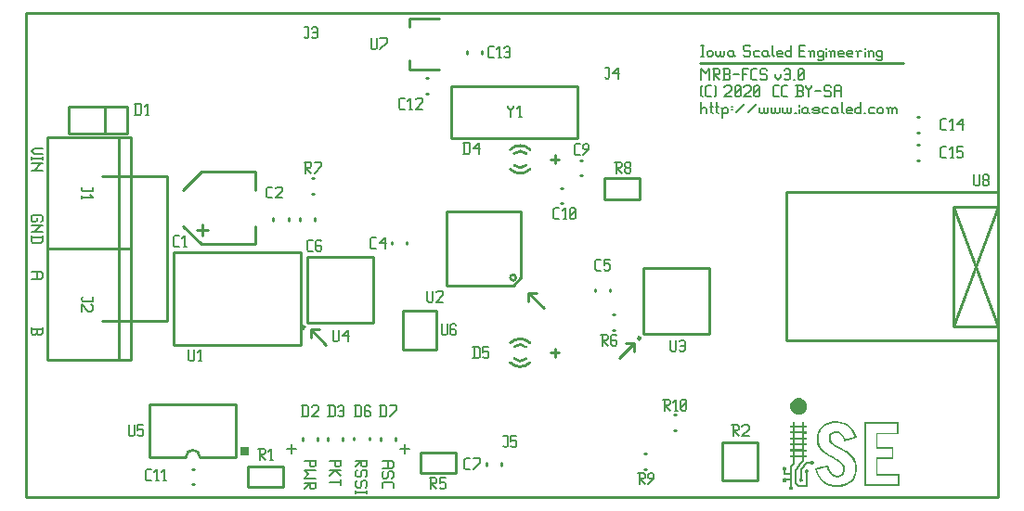
<source format=gbr>
G04 start of page 9 for group -4079 idx -4079 *
G04 Title: (unknown), topsilk *
G04 Creator: pcb 20140316 *
G04 CreationDate: Wed 29 Apr 2020 12:19:48 AM GMT UTC *
G04 For: railfan *
G04 Format: Gerber/RS-274X *
G04 PCB-Dimensions (mil): 3500.00 1750.00 *
G04 PCB-Coordinate-Origin: lower left *
%MOIN*%
%FSLAX25Y25*%
%LNTOPSILK*%
%ADD118C,0.0080*%
%ADD117C,0.0100*%
%ADD116C,0.0001*%
G54D116*G36*
X275043Y3209D02*X274647Y3480D01*
X274511Y3925D01*
X274565Y4240D01*
X274761Y4490D01*
X274891Y4604D01*
Y6486D01*
X274218D01*
X273741Y6481D01*
X273545Y6464D01*
X273453Y6340D01*
X273100Y6117D01*
X272672D01*
X272373Y6307D01*
X272189Y6600D01*
X272162Y6931D01*
X272270Y7224D01*
X272487Y7446D01*
X272802Y7566D01*
X273182Y7512D01*
X273491Y7273D01*
X273556Y7175D01*
X274224D01*
X274891Y7170D01*
Y8667D01*
X272558D01*
Y9400D01*
X272553Y10127D01*
X272455Y10197D01*
X272287Y10376D01*
X272178Y10593D01*
X272189Y11027D01*
X272373Y11315D01*
X272661Y11494D01*
X272997Y11526D01*
X273290Y11423D01*
X273513Y11201D01*
X273632Y10881D01*
X273578Y10506D01*
X273339Y10197D01*
X273242Y10127D01*
Y9351D01*
X274891D01*
Y11656D01*
X275357Y12248D01*
X275829Y12839D01*
Y14906D01*
X274918D01*
Y15693D01*
X279302D01*
Y17066D01*
X276486D01*
Y15693D01*
X275829D01*
Y17066D01*
X274918D01*
Y17825D01*
X275819D01*
Y19192D01*
X276502Y19219D01*
X276497Y18557D01*
X276491Y18086D01*
X276502Y17868D01*
X276567Y17858D01*
X276790Y17847D01*
X277224Y17841D01*
X277907Y17836D01*
X279302D01*
Y19219D01*
X276502D01*
X275819Y19192D01*
X274918D01*
Y19952D01*
X275829D01*
X276486Y19979D01*
X279302D01*
Y21352D01*
X276486D01*
Y19979D01*
X275829Y19952D01*
Y21324D01*
X274918D01*
Y22084D01*
X275819D01*
X275829Y23462D01*
X276486Y23505D01*
Y22827D01*
X276491Y22344D01*
X276508Y22127D01*
X276920Y22117D01*
X277907Y22111D01*
X279291D01*
X279296Y22800D01*
Y22816D01*
X279307Y23505D01*
X276486D01*
X275829Y23462D01*
X274918D01*
Y24222D01*
X275819D01*
Y25594D01*
X276502Y25648D01*
X276497Y24992D01*
X276491Y24515D01*
X276502Y24297D01*
X276567Y24287D01*
X276790Y24276D01*
X277224Y24270D01*
X277907Y24265D01*
X279307D01*
X279296Y24959D01*
X279291Y25648D01*
X276502D01*
X275819Y25594D01*
X274918D01*
Y26354D01*
X275829D01*
Y27596D01*
X276486D01*
Y26354D01*
X279302D01*
Y27596D01*
X279991D01*
Y26354D01*
X280902D01*
Y25594D01*
X279991D01*
Y24194D01*
X280902D01*
Y23435D01*
X279991D01*
Y22041D01*
X280902D01*
Y21281D01*
X279991D01*
Y19908D01*
X280902D01*
Y19149D01*
X279991D01*
Y17755D01*
X280902D01*
Y16995D01*
X279991D01*
Y15622D01*
X280902D01*
Y14836D01*
X279991D01*
X279985Y14250D01*
Y13658D01*
X278569Y11868D01*
X277148Y10083D01*
Y6074D01*
X278124Y5097D01*
X280544D01*
Y7219D01*
X280539Y8043D01*
Y8716D01*
X280533Y9172D01*
X280528Y9334D01*
X280403Y9427D01*
X280159Y9893D01*
X280294Y10409D01*
X280870Y10718D01*
X281472Y10447D01*
X281629Y9882D01*
X281331Y9372D01*
X281233Y9302D01*
Y4414D01*
X277842D01*
X276486Y5770D01*
Y10344D01*
X277896Y12123D01*
X279302Y13903D01*
Y14841D01*
X276486D01*
Y12503D01*
X275574Y11353D01*
Y4522D01*
X275640Y4490D01*
X275819Y4321D01*
X275949Y4088D01*
X275916Y3573D01*
X275569Y3193D01*
X275303Y3133D01*
X275043Y3144D01*
Y3209D01*
G37*
G36*
X290885Y4229D02*X289067Y4571D01*
X287483Y5293D01*
X286376Y6171D01*
X285432Y7278D01*
X284570Y8841D01*
X283924Y10696D01*
X283826Y11065D01*
X286246Y11581D01*
X287179Y11781D01*
X287955Y11944D01*
X288481Y12047D01*
X288682Y12080D01*
X288736Y11868D01*
X288785Y11618D01*
X288867Y11282D01*
X289230Y10257D01*
X289745Y9432D01*
X290391Y8824D01*
X291162Y8461D01*
X291400Y8418D01*
X291796Y8401D01*
X292187Y8418D01*
X292442Y8461D01*
X293462Y9047D01*
X294021Y10083D01*
X294075Y10712D01*
X294021Y11309D01*
X294623Y11483D01*
X294661Y10067D01*
X294303Y9117D01*
X293673Y8385D01*
X292816Y7924D01*
X291780Y7756D01*
X290451Y8059D01*
X289382Y8884D01*
X288590Y10127D01*
X288389Y10653D01*
X288243Y11157D01*
X288194Y11326D01*
X288145Y11342D01*
X287993Y11315D01*
X287635Y11239D01*
X287109Y11125D01*
X286479Y10989D01*
X285329Y10745D01*
X284792Y10626D01*
X284629Y10577D01*
Y10544D01*
X284678Y10360D01*
X284803Y9991D01*
X284949Y9584D01*
X285074Y9258D01*
X286072Y7479D01*
X287358Y6150D01*
X288932Y5282D01*
X290803Y4864D01*
X291199Y4853D01*
X291747D01*
X292295Y4869D01*
X292718Y4902D01*
X294048Y5157D01*
X295209Y5591D01*
X296109Y6123D01*
X296863Y6779D01*
X297466Y7560D01*
X297932Y8466D01*
X298160Y9161D01*
X298317Y9947D01*
X298366Y10902D01*
X298317Y11836D01*
X298090Y12823D01*
X297732Y13713D01*
X297211Y14532D01*
X296527Y15313D01*
X295827Y15959D01*
X295019Y16556D01*
X293945Y17217D01*
X292453Y18047D01*
X291308Y18682D01*
X290516Y19160D01*
X289963Y19561D01*
X289534Y19963D01*
X288986Y20749D01*
X288818Y21617D01*
X288964Y22659D01*
X289398Y23473D01*
X290103Y24037D01*
X291058Y24319D01*
X291639Y24336D01*
X292214Y24270D01*
X292984Y23977D01*
X293652Y23451D01*
X294227Y22686D01*
X294721Y21666D01*
X294807Y21466D01*
X294867Y21422D01*
X295030Y21471D01*
X295409Y21574D01*
X295919Y21726D01*
X296505Y21894D01*
X297081Y22062D01*
X297580Y22214D01*
X297938Y22317D01*
X298079Y22361D01*
X298052Y22485D01*
X297965Y22762D01*
X297840Y23104D01*
X297721Y23419D01*
X297043Y24634D01*
X296153Y25638D01*
X295079Y26413D01*
X293825Y26940D01*
X292068Y27243D01*
X290147Y27157D01*
X288400Y26696D01*
X287000Y25860D01*
X286300Y25133D01*
X285758Y24249D01*
X285389Y23223D01*
X285188Y22073D01*
X285161Y21297D01*
X285199Y20587D01*
X285438Y19605D01*
X285877Y18699D01*
X286517Y17858D01*
X287380Y17066D01*
X287922Y16659D01*
X288552Y16246D01*
X289355Y15769D01*
X290440Y15161D01*
X291167Y14760D01*
X291709Y14451D01*
X292133Y14196D01*
X292507Y13957D01*
X293939Y12747D01*
X294623Y11483D01*
X294021Y11309D01*
X293424Y12378D01*
X292165Y13425D01*
X291802Y13658D01*
X291395Y13903D01*
X290879Y14196D01*
X290185Y14575D01*
X288807Y15351D01*
X287792Y15980D01*
X287017Y16545D01*
X286360Y17125D01*
X285611Y17966D01*
X285074Y18850D01*
X284656Y20033D01*
X284526Y21346D01*
X284618Y22632D01*
X284911Y23831D01*
X285671Y25355D01*
X286832Y26538D01*
X288362Y27363D01*
X290234Y27802D01*
X291693Y27884D01*
X293077Y27759D01*
X294352Y27433D01*
X295491Y26907D01*
X296630Y26061D01*
X297569Y24976D01*
X298296Y23674D01*
X298789Y22171D01*
X298849Y21916D01*
X296647Y21276D01*
X295784Y21032D01*
X295079Y20831D01*
X294601Y20701D01*
X294422Y20657D01*
X294346Y20858D01*
X294118Y21460D01*
X293858Y22035D01*
X293098Y23104D01*
X292149Y23636D01*
X291514Y23701D01*
X290863Y23652D01*
X290006Y23180D01*
X289669Y22719D01*
X289485Y22122D01*
X289447Y21639D01*
X289485Y21227D01*
X289832Y20576D01*
X290559Y19908D01*
X290912Y19664D01*
X291351Y19388D01*
X291926Y19062D01*
X292697Y18639D01*
X293565Y18167D01*
X294248Y17782D01*
X294807Y17451D01*
X295285Y17142D01*
X296511Y16214D01*
X297477Y15226D01*
X298204Y14174D01*
X298692Y13034D01*
X298968Y11662D01*
X298974Y10230D01*
X298719Y8830D01*
X298209Y7566D01*
X297412Y6448D01*
X296370Y5537D01*
X295100Y4859D01*
X293635Y4414D01*
X292257Y4240D01*
X290885Y4235D01*
Y4229D01*
G37*
G36*
X301470Y16035D02*X302110Y16040D01*
X302104Y5141D01*
X313530D01*
Y8298D01*
X305756D01*
Y14819D01*
X311441D01*
Y17988D01*
X305756D01*
Y23771D01*
X313216D01*
Y26940D01*
X302121D01*
X302110Y16040D01*
X301470Y16035D01*
Y27564D01*
X313850D01*
Y23153D01*
X306390D01*
Y18633D01*
X312071D01*
Y14223D01*
X306407D01*
X306396Y11591D01*
X306390Y8960D01*
X314154D01*
Y4522D01*
X301470D01*
Y16035D01*
G37*
G36*
X278607Y6123D02*X278325Y6312D01*
X278146Y6600D01*
X278141Y7034D01*
X278368Y7387D01*
X278499Y7479D01*
X278510Y7940D01*
X278515Y9052D01*
Y10626D01*
X279611Y12004D01*
X280701Y13387D01*
X282031D01*
X282117Y13507D01*
X282345Y13702D01*
X282497Y13767D01*
X282703Y13778D01*
X282904Y13772D01*
X283056Y13702D01*
X283278Y13512D01*
X283414Y13268D01*
X283430Y12986D01*
X283365Y12714D01*
X283089Y12427D01*
X282703Y12313D01*
X282145Y12562D01*
X282020Y12698D01*
X281032D01*
X280115Y11543D01*
X279204Y10387D01*
Y7490D01*
X279307Y7419D01*
X279567Y7023D01*
X279535Y6524D01*
X279150Y6150D01*
X278607Y6117D01*
Y6123D01*
G37*
G36*
X277441Y30282D02*X276556Y30569D01*
X275791Y31128D01*
X275243Y31860D01*
X274956Y32723D01*
X274918Y33363D01*
X274999Y33982D01*
X275309Y34747D01*
X275829Y35398D01*
X276676Y35973D01*
X277647Y36216D01*
X278656Y36129D01*
X279600Y35702D01*
X280153Y35197D01*
X280577Y34579D01*
X280810Y33895D01*
X280880Y33168D01*
X280772Y32441D01*
X280506Y31768D01*
X280099Y31220D01*
X279584Y30775D01*
X278982Y30455D01*
X278331Y30282D01*
X277880Y30260D01*
X277441Y30282D01*
G37*
G36*
X77500Y18500D02*X80500D01*
Y15500D01*
X77500D01*
Y18500D01*
G37*
G54D117*X500Y174500D02*X349500D01*
X190500Y120500D02*Y123500D01*
X189000Y122000D02*X192000D01*
X242500Y156500D02*X315500D01*
X500Y500D02*Y174500D01*
X349500Y500D02*X500D01*
X190500Y51000D02*Y54000D01*
X189000Y52500D02*X192000D01*
X219000Y56000D02*X213500Y50500D01*
X219000Y56000D02*Y53000D01*
X216000Y56000D02*X219000D01*
X349500Y500D02*Y174500D01*
X102900Y60900D02*X108400Y55400D01*
X102900Y60900D02*X105900D01*
X102900D02*Y57900D01*
X181000Y74000D02*X186500Y68500D01*
X181000Y74000D02*X184000D01*
X181000D02*Y71000D01*
G54D118*X100500Y13500D02*X104500D01*
Y14000D02*Y12000D01*
X104000Y11500D01*
X103000D02*X104000D01*
X102500Y12000D02*X103000Y11500D01*
X102500Y13500D02*Y12000D01*
X100500Y10300D02*X104500D01*
X100500D02*X102000Y8800D01*
X100500Y7300D01*
X104500D01*
Y6100D02*Y4100D01*
X104000Y3600D01*
X103000D02*X104000D01*
X102500Y4100D02*X103000Y3600D01*
X102500Y5600D02*Y4100D01*
X100500Y5600D02*X104500D01*
X102500D02*X100500Y3600D01*
X109500Y13500D02*X113500D01*
Y14000D02*Y12000D01*
X113000Y11500D01*
X112000D02*X113000D01*
X111500Y12000D02*X112000Y11500D01*
X111500Y13500D02*Y12000D01*
X109500Y10300D02*X113500D01*
X111500D02*X113500Y8300D01*
X111500Y10300D02*X109500Y8300D01*
X113500Y7100D02*Y5100D01*
X109500Y6100D02*X113500D01*
X123000Y14000D02*Y12000D01*
X122500Y11500D01*
X121500D02*X122500D01*
X121000Y12000D02*X121500Y11500D01*
X121000Y13500D02*Y12000D01*
X119000Y13500D02*X123000D01*
X121000D02*X119000Y11500D01*
X123000Y8300D02*X122500Y7800D01*
X123000Y9800D02*Y8300D01*
X122500Y10300D02*X123000Y9800D01*
X121500Y10300D02*X122500D01*
X121500D02*X121000Y9800D01*
Y8300D01*
X120500Y7800D01*
X119500D02*X120500D01*
X119000Y8300D02*X119500Y7800D01*
X119000Y9800D02*Y8300D01*
X119500Y10300D02*X119000Y9800D01*
X123000Y4600D02*X122500Y4100D01*
X123000Y6100D02*Y4600D01*
X122500Y6600D02*X123000Y6100D01*
X121500Y6600D02*X122500D01*
X121500D02*X121000Y6100D01*
Y4600D01*
X120500Y4100D01*
X119500D02*X120500D01*
X119000Y4600D02*X119500Y4100D01*
X119000Y6100D02*Y4600D01*
X119500Y6600D02*X119000Y6100D01*
X123000Y2900D02*Y1900D01*
X119000Y2400D02*X123000D01*
X119000Y2900D02*Y1900D01*
X3500Y126000D02*X6500D01*
X3500D02*X2500Y125000D01*
X3500Y124000D01*
X6500D01*
Y122800D02*Y121800D01*
X2500Y122300D02*X6500D01*
X2500Y122800D02*Y121800D01*
Y120600D02*X6500D01*
X6000D02*X6500D01*
X6000D02*X3500Y118100D01*
X2500D02*X6500D01*
Y100000D02*X6000Y99500D01*
X6500Y101500D02*Y100000D01*
X6000Y102000D02*X6500Y101500D01*
X3000Y102000D02*X6000D01*
X3000D02*X2500Y101500D01*
Y100000D01*
X3000Y99500D01*
X4000D01*
X4500Y100000D02*X4000Y99500D01*
X4500Y101000D02*Y100000D01*
X2500Y98300D02*X6500D01*
X6000D02*X6500D01*
X6000D02*X3500Y95800D01*
X2500D02*X6500D01*
X2500Y94100D02*X6500D01*
Y92600D02*X6000Y92100D01*
X3000D02*X6000D01*
X2500Y92600D02*X3000Y92100D01*
X2500Y94600D02*Y92600D01*
X6500Y94600D02*Y92600D01*
X2500Y81500D02*X6000D01*
X6500Y81000D01*
Y79500D01*
X6000Y79000D01*
X2500D02*X6000D01*
X4500Y81500D02*Y79000D01*
X2500Y61500D02*Y59500D01*
X3000Y59000D01*
X4000D01*
X4500Y59500D02*X4000Y59000D01*
X4500Y61000D02*Y59500D01*
X2500Y61000D02*X6500D01*
Y61500D02*Y59500D01*
X6000Y59000D01*
X5000D02*X6000D01*
X4500Y59500D02*X5000Y59000D01*
X128500Y13500D02*X132000D01*
X132500Y13000D01*
Y11500D01*
X132000Y11000D01*
X128500D02*X132000D01*
X130500Y13500D02*Y11000D01*
X132500Y7800D02*X132000Y7300D01*
X132500Y9300D02*Y7800D01*
X132000Y9800D02*X132500Y9300D01*
X131000Y9800D02*X132000D01*
X131000D02*X130500Y9300D01*
Y7800D01*
X130000Y7300D01*
X129000D02*X130000D01*
X128500Y7800D02*X129000Y7300D01*
X128500Y9300D02*Y7800D01*
X129000Y9800D02*X128500Y9300D01*
Y5600D02*Y4100D01*
X129000Y6100D02*X128500Y5600D01*
X129000Y6100D02*X132000D01*
X132500Y5600D01*
Y4100D01*
X94400Y17920D02*X97720D01*
X96060Y19580D02*Y16260D01*
X135000Y18020D02*X138320D01*
X136660Y19680D02*Y16360D01*
X243000Y163000D02*X244000D01*
X243500D02*Y159000D01*
X243000D02*X244000D01*
X245200Y160500D02*Y159500D01*
Y160500D02*X245700Y161000D01*
X246700D01*
X247200Y160500D01*
Y159500D01*
X246700Y159000D02*X247200Y159500D01*
X245700Y159000D02*X246700D01*
X245200Y159500D02*X245700Y159000D01*
X248400Y161000D02*Y159500D01*
X248900Y159000D01*
X249400D01*
X249900Y159500D01*
Y161000D02*Y159500D01*
X250400Y159000D01*
X250900D01*
X251400Y159500D01*
Y161000D02*Y159500D01*
X254100Y161000D02*X254600Y160500D01*
X253100Y161000D02*X254100D01*
X252600Y160500D02*X253100Y161000D01*
X252600Y160500D02*Y159500D01*
X253100Y159000D01*
X254600Y161000D02*Y159500D01*
X255100Y159000D01*
X253100D02*X254100D01*
X254600Y159500D01*
X260100Y163000D02*X260600Y162500D01*
X258600Y163000D02*X260100D01*
X258100Y162500D02*X258600Y163000D01*
X258100Y162500D02*Y161500D01*
X258600Y161000D01*
X260100D01*
X260600Y160500D01*
Y159500D01*
X260100Y159000D02*X260600Y159500D01*
X258600Y159000D02*X260100D01*
X258100Y159500D02*X258600Y159000D01*
X262300Y161000D02*X263800D01*
X261800Y160500D02*X262300Y161000D01*
X261800Y160500D02*Y159500D01*
X262300Y159000D01*
X263800D01*
X266500Y161000D02*X267000Y160500D01*
X265500Y161000D02*X266500D01*
X265000Y160500D02*X265500Y161000D01*
X265000Y160500D02*Y159500D01*
X265500Y159000D01*
X267000Y161000D02*Y159500D01*
X267500Y159000D01*
X265500D02*X266500D01*
X267000Y159500D01*
X268700Y163000D02*Y159500D01*
X269200Y159000D01*
X270700D02*X272200D01*
X270200Y159500D02*X270700Y159000D01*
X270200Y160500D02*Y159500D01*
Y160500D02*X270700Y161000D01*
X271700D01*
X272200Y160500D01*
X270200Y160000D02*X272200D01*
Y160500D02*Y160000D01*
X275400Y163000D02*Y159000D01*
X274900D02*X275400Y159500D01*
X273900Y159000D02*X274900D01*
X273400Y159500D02*X273900Y159000D01*
X273400Y160500D02*Y159500D01*
Y160500D02*X273900Y161000D01*
X274900D01*
X275400Y160500D01*
X278400Y161000D02*X279900D01*
X278400Y159000D02*X280400D01*
X278400Y163000D02*Y159000D01*
Y163000D02*X280400D01*
X282100Y160500D02*Y159000D01*
Y160500D02*X282600Y161000D01*
X283100D01*
X283600Y160500D01*
Y159000D01*
X281600Y161000D02*X282100Y160500D01*
X286300Y161000D02*X286800Y160500D01*
X285300Y161000D02*X286300D01*
X284800Y160500D02*X285300Y161000D01*
X284800Y160500D02*Y159500D01*
X285300Y159000D01*
X286300D01*
X286800Y159500D01*
X284800Y158000D02*X285300Y157500D01*
X286300D01*
X286800Y158000D01*
Y161000D02*Y158000D01*
X288000Y162000D02*Y161500D01*
Y160500D02*Y159000D01*
X289500Y160500D02*Y159000D01*
Y160500D02*X290000Y161000D01*
X290500D01*
X291000Y160500D01*
Y159000D01*
X289000Y161000D02*X289500Y160500D01*
X292700Y159000D02*X294200D01*
X292200Y159500D02*X292700Y159000D01*
X292200Y160500D02*Y159500D01*
Y160500D02*X292700Y161000D01*
X293700D01*
X294200Y160500D01*
X292200Y160000D02*X294200D01*
Y160500D02*Y160000D01*
X295900Y159000D02*X297400D01*
X295400Y159500D02*X295900Y159000D01*
X295400Y160500D02*Y159500D01*
Y160500D02*X295900Y161000D01*
X296900D01*
X297400Y160500D01*
X295400Y160000D02*X297400D01*
Y160500D02*Y160000D01*
X299100Y160500D02*Y159000D01*
Y160500D02*X299600Y161000D01*
X300600D01*
X298600D02*X299100Y160500D01*
X301800Y162000D02*Y161500D01*
Y160500D02*Y159000D01*
X303300Y160500D02*Y159000D01*
Y160500D02*X303800Y161000D01*
X304300D01*
X304800Y160500D01*
Y159000D01*
X302800Y161000D02*X303300Y160500D01*
X307500Y161000D02*X308000Y160500D01*
X306500Y161000D02*X307500D01*
X306000Y160500D02*X306500Y161000D01*
X306000Y160500D02*Y159500D01*
X306500Y159000D01*
X307500D01*
X308000Y159500D01*
X306000Y158000D02*X306500Y157500D01*
X307500D01*
X308000Y158000D01*
Y161000D02*Y158000D01*
X243000Y142500D02*Y138500D01*
Y140000D02*X243500Y140500D01*
X244500D01*
X245000Y140000D01*
Y138500D01*
X246700Y142500D02*Y139000D01*
X247200Y138500D01*
X246200Y141000D02*X247200D01*
X248700Y142500D02*Y139000D01*
X249200Y138500D01*
X248200Y141000D02*X249200D01*
X250700Y140000D02*Y137000D01*
X250200Y140500D02*X250700Y140000D01*
X251200Y140500D01*
X252200D01*
X252700Y140000D01*
Y139000D01*
X252200Y138500D02*X252700Y139000D01*
X251200Y138500D02*X252200D01*
X250700Y139000D02*X251200Y138500D01*
X253900Y141000D02*X254400D01*
X253900Y140000D02*X254400D01*
X255600Y139000D02*X258600Y142000D01*
X259800Y139000D02*X262800Y142000D01*
X264000Y140500D02*Y139000D01*
X264500Y138500D01*
X265000D01*
X265500Y139000D01*
Y140500D02*Y139000D01*
X266000Y138500D01*
X266500D01*
X267000Y139000D01*
Y140500D02*Y139000D01*
X268200Y140500D02*Y139000D01*
X268700Y138500D01*
X269200D01*
X269700Y139000D01*
Y140500D02*Y139000D01*
X270200Y138500D01*
X270700D01*
X271200Y139000D01*
Y140500D02*Y139000D01*
X272400Y140500D02*Y139000D01*
X272900Y138500D01*
X273400D01*
X273900Y139000D01*
Y140500D02*Y139000D01*
X274400Y138500D01*
X274900D01*
X275400Y139000D01*
Y140500D02*Y139000D01*
X276600Y138500D02*X277100D01*
X278300Y141500D02*Y141000D01*
Y140000D02*Y138500D01*
X280800Y140500D02*X281300Y140000D01*
X279800Y140500D02*X280800D01*
X279300Y140000D02*X279800Y140500D01*
X279300Y140000D02*Y139000D01*
X279800Y138500D01*
X281300Y140500D02*Y139000D01*
X281800Y138500D01*
X279800D02*X280800D01*
X281300Y139000D01*
X283500Y138500D02*X285000D01*
X285500Y139000D01*
X285000Y139500D02*X285500Y139000D01*
X283500Y139500D02*X285000D01*
X283000Y140000D02*X283500Y139500D01*
X283000Y140000D02*X283500Y140500D01*
X285000D01*
X285500Y140000D01*
X283000Y139000D02*X283500Y138500D01*
X287200Y140500D02*X288700D01*
X286700Y140000D02*X287200Y140500D01*
X286700Y140000D02*Y139000D01*
X287200Y138500D01*
X288700D01*
X291400Y140500D02*X291900Y140000D01*
X290400Y140500D02*X291400D01*
X289900Y140000D02*X290400Y140500D01*
X289900Y140000D02*Y139000D01*
X290400Y138500D01*
X291900Y140500D02*Y139000D01*
X292400Y138500D01*
X290400D02*X291400D01*
X291900Y139000D01*
X293600Y142500D02*Y139000D01*
X294100Y138500D01*
X295600D02*X297100D01*
X295100Y139000D02*X295600Y138500D01*
X295100Y140000D02*Y139000D01*
Y140000D02*X295600Y140500D01*
X296600D01*
X297100Y140000D01*
X295100Y139500D02*X297100D01*
Y140000D02*Y139500D01*
X300300Y142500D02*Y138500D01*
X299800D02*X300300Y139000D01*
X298800Y138500D02*X299800D01*
X298300Y139000D02*X298800Y138500D01*
X298300Y140000D02*Y139000D01*
Y140000D02*X298800Y140500D01*
X299800D01*
X300300Y140000D01*
X301500Y138500D02*X302000D01*
X303700Y140500D02*X305200D01*
X303200Y140000D02*X303700Y140500D01*
X303200Y140000D02*Y139000D01*
X303700Y138500D01*
X305200D01*
X306400Y140000D02*Y139000D01*
Y140000D02*X306900Y140500D01*
X307900D01*
X308400Y140000D01*
Y139000D01*
X307900Y138500D02*X308400Y139000D01*
X306900Y138500D02*X307900D01*
X306400Y139000D02*X306900Y138500D01*
X310100Y140000D02*Y138500D01*
Y140000D02*X310600Y140500D01*
X311100D01*
X311600Y140000D01*
Y138500D01*
Y140000D02*X312100Y140500D01*
X312600D01*
X313100Y140000D01*
Y138500D01*
X309600Y140500D02*X310100Y140000D01*
X243000Y154500D02*Y150500D01*
Y154500D02*X244500Y153000D01*
X246000Y154500D01*
Y150500D01*
X247200Y154500D02*X249200D01*
X249700Y154000D01*
Y153000D01*
X249200Y152500D02*X249700Y153000D01*
X247700Y152500D02*X249200D01*
X247700Y154500D02*Y150500D01*
Y152500D02*X249700Y150500D01*
X250900D02*X252900D01*
X253400Y151000D01*
Y152000D02*Y151000D01*
X252900Y152500D02*X253400Y152000D01*
X251400Y152500D02*X252900D01*
X251400Y154500D02*Y150500D01*
X250900Y154500D02*X252900D01*
X253400Y154000D01*
Y153000D01*
X252900Y152500D02*X253400Y153000D01*
X254600Y152500D02*X256600D01*
X257800Y154500D02*Y150500D01*
Y154500D02*X259800D01*
X257800Y152500D02*X259300D01*
X261500Y150500D02*X263000D01*
X261000Y151000D02*X261500Y150500D01*
X261000Y154000D02*Y151000D01*
Y154000D02*X261500Y154500D01*
X263000D01*
X266200D02*X266700Y154000D01*
X264700Y154500D02*X266200D01*
X264200Y154000D02*X264700Y154500D01*
X264200Y154000D02*Y153000D01*
X264700Y152500D01*
X266200D01*
X266700Y152000D01*
Y151000D01*
X266200Y150500D02*X266700Y151000D01*
X264700Y150500D02*X266200D01*
X264200Y151000D02*X264700Y150500D01*
X269700Y152500D02*Y151500D01*
X270700Y150500D01*
X271700Y151500D01*
Y152500D02*Y151500D01*
X272900Y154000D02*X273400Y154500D01*
X274400D01*
X274900Y154000D01*
Y151000D01*
X274400Y150500D02*X274900Y151000D01*
X273400Y150500D02*X274400D01*
X272900Y151000D02*X273400Y150500D01*
Y152500D02*X274900D01*
X276100Y150500D02*X276600D01*
X277800Y151000D02*X278300Y150500D01*
X277800Y154000D02*Y151000D01*
Y154000D02*X278300Y154500D01*
X279300D01*
X279800Y154000D01*
Y151000D01*
X279300Y150500D02*X279800Y151000D01*
X278300Y150500D02*X279300D01*
X277800Y151500D02*X279800Y153500D01*
X243000Y145000D02*X243500Y144500D01*
X243000Y148000D02*X243500Y148500D01*
X243000Y148000D02*Y145000D01*
X245200Y144500D02*X246700D01*
X244700Y145000D02*X245200Y144500D01*
X244700Y148000D02*Y145000D01*
Y148000D02*X245200Y148500D01*
X246700D01*
X247900D02*X248400Y148000D01*
Y145000D01*
X247900Y144500D02*X248400Y145000D01*
X251400Y148000D02*X251900Y148500D01*
X253400D01*
X253900Y148000D01*
Y147000D01*
X251400Y144500D02*X253900Y147000D01*
X251400Y144500D02*X253900D01*
X255100Y145000D02*X255600Y144500D01*
X255100Y148000D02*Y145000D01*
Y148000D02*X255600Y148500D01*
X256600D01*
X257100Y148000D01*
Y145000D01*
X256600Y144500D02*X257100Y145000D01*
X255600Y144500D02*X256600D01*
X255100Y145500D02*X257100Y147500D01*
X258300Y148000D02*X258800Y148500D01*
X260300D01*
X260800Y148000D01*
Y147000D01*
X258300Y144500D02*X260800Y147000D01*
X258300Y144500D02*X260800D01*
X262000Y145000D02*X262500Y144500D01*
X262000Y148000D02*Y145000D01*
Y148000D02*X262500Y148500D01*
X263500D01*
X264000Y148000D01*
Y145000D01*
X263500Y144500D02*X264000Y145000D01*
X262500Y144500D02*X263500D01*
X262000Y145500D02*X264000Y147500D01*
X269300Y144500D02*X270800D01*
X268800Y145000D02*X269300Y144500D01*
X268800Y148000D02*Y145000D01*
Y148000D02*X269300Y148500D01*
X270800D01*
X272500Y144500D02*X274000D01*
X272000Y145000D02*X272500Y144500D01*
X272000Y148000D02*Y145000D01*
Y148000D02*X272500Y148500D01*
X274000D01*
X277000Y144500D02*X279000D01*
X279500Y145000D01*
Y146000D02*Y145000D01*
X279000Y146500D02*X279500Y146000D01*
X277500Y146500D02*X279000D01*
X277500Y148500D02*Y144500D01*
X277000Y148500D02*X279000D01*
X279500Y148000D01*
Y147000D01*
X279000Y146500D02*X279500Y147000D01*
X280700Y148500D02*Y148000D01*
X281700Y147000D01*
X282700Y148000D01*
Y148500D02*Y148000D01*
X281700Y147000D02*Y144500D01*
X283900Y146500D02*X285900D01*
X289100Y148500D02*X289600Y148000D01*
X287600Y148500D02*X289100D01*
X287100Y148000D02*X287600Y148500D01*
X287100Y148000D02*Y147000D01*
X287600Y146500D01*
X289100D01*
X289600Y146000D01*
Y145000D01*
X289100Y144500D02*X289600Y145000D01*
X287600Y144500D02*X289100D01*
X287100Y145000D02*X287600Y144500D01*
X290800Y148000D02*Y144500D01*
Y148000D02*X291300Y148500D01*
X292800D01*
X293300Y148000D01*
Y144500D01*
X290800Y146500D02*X293300D01*
G54D117*X8200Y90000D02*Y50000D01*
X38200Y90000D02*Y50000D01*
X33800Y90000D02*Y50000D01*
X8200Y90000D02*X38200D01*
X8200Y50000D02*X38200D01*
X16000Y140800D02*X37000D01*
X16000Y131200D02*X37000D01*
Y140800D02*Y131200D01*
X16000Y140800D02*Y131200D01*
X29000Y140800D02*Y131200D01*
X8200Y130000D02*Y90000D01*
X38200Y130000D02*Y90000D01*
X33800Y130000D02*Y90000D01*
X8200Y130000D02*X38200D01*
X8200Y90000D02*X38200D01*
X250701Y20390D02*X263299D01*
Y6610D01*
X250701D02*X263299D01*
X250701Y20390D02*Y6610D01*
X233107Y30255D02*X233893D01*
X233107Y24745D02*X233893D01*
X175879Y119879D02*G75*G03X180121Y119879I2121J2121D01*G01*
X180121Y124121D02*G75*G03X175879Y124121I-2121J-2121D01*G01*
X174464Y118464D02*G75*G03X181536Y118464I3536J3536D01*G01*
X181536Y125536D02*G75*G03X174464Y125536I-3536J-3536D01*G01*
X192607Y111755D02*X193393D01*
X192607Y106245D02*X193393D01*
X199607Y116245D02*X200393D01*
X199607Y121755D02*X200393D01*
X208201Y107759D02*X220799D01*
X208201Y115241D02*Y107759D01*
Y115241D02*X220799D01*
Y107759D01*
X175879Y50379D02*G75*G03X180121Y50379I2121J2121D01*G01*
X180121Y54621D02*G75*G03X175879Y54621I-2121J-2121D01*G01*
X174464Y48964D02*G75*G03X181536Y48964I3536J3536D01*G01*
X181536Y56036D02*G75*G03X174464Y56036I-3536J-3536D01*G01*
X210255Y75393D02*Y74607D01*
X204745Y75393D02*Y74607D01*
X211107Y66255D02*X211893D01*
X211107Y60745D02*X211893D01*
X222607Y10745D02*X223393D01*
X222607Y16255D02*X223393D01*
X171255Y12893D02*Y12107D01*
X165745Y12893D02*Y12107D01*
X349600Y110150D02*Y56850D01*
X273600D02*X349600D01*
X273600Y110150D02*Y56850D01*
Y110150D02*X349600D01*
X333500Y105000D02*Y62000D01*
Y105000D02*X349600D01*
X333500Y62000D02*X349600D01*
X333500Y105000D02*X349600Y62000D01*
Y105000D02*X333500Y62000D01*
X320607Y121745D02*X321393D01*
X320607Y127255D02*X321393D01*
X320607Y131745D02*X321393D01*
X320607Y137255D02*X321393D01*
X222189Y82811D02*Y59189D01*
Y82811D02*X245811D01*
Y59189D01*
X222189D02*X245811D01*
X220689Y57189D02*G75*G03X220689Y57189I0J500D01*G01*
X60107Y10755D02*X60893D01*
X60107Y5245D02*X60893D01*
X76000Y34000D02*Y15000D01*
X45000Y34000D02*X76000D01*
X45000D02*Y15000D01*
X63000D02*X76000D01*
X45000D02*X58000D01*
X63000D02*G75*G03X58000Y15000I-2500J0D01*G01*
X133255Y21893D02*Y21107D01*
X127745Y21893D02*Y21107D01*
X114255Y21850D02*Y21064D01*
X108745Y21850D02*Y21064D01*
X105255Y21893D02*Y21107D01*
X99745Y21893D02*Y21107D01*
X123755Y21936D02*Y21150D01*
X118245Y21936D02*Y21150D01*
X80201Y4259D02*X92799D01*
X80201Y11741D02*Y4259D01*
Y11741D02*X92799D01*
Y4259D01*
X142201Y16741D02*X154799D01*
Y9259D01*
X142201D02*X154799D01*
X142201Y16741D02*Y9259D01*
X164255Y160893D02*Y160107D01*
X158745Y160893D02*Y160107D01*
X153362Y129650D02*X198638D01*
X153362Y148350D02*Y129650D01*
Y148350D02*X198638D01*
Y129650D01*
X144107Y151255D02*X144893D01*
X144107Y145745D02*X144893D01*
X138350Y154250D02*X148980D01*
X138350Y172750D02*X148980D01*
X138350Y157500D02*Y154250D01*
Y172750D02*Y169500D01*
X148980Y154429D02*Y154250D01*
Y172750D02*Y172571D01*
X101689Y86811D02*Y63189D01*
Y86811D02*X125311D01*
Y63189D01*
X101689D02*X125311D01*
X100189Y61189D02*G75*G03X100189Y61189I0J500D01*G01*
X103107Y115255D02*X103893D01*
X103107Y109745D02*X103893D01*
X98745Y100893D02*Y100107D01*
X104255Y100893D02*Y100107D01*
X51300Y116000D02*Y64000D01*
X28000Y116000D02*X51300D01*
X28000Y64000D02*X51300D01*
X82992Y98004D02*Y91508D01*
Y117492D02*Y110996D01*
X63504Y117492D02*X82992D01*
X63504Y91508D02*X82992D01*
X63504Y117492D02*X57008Y110996D01*
X63504Y91508D02*X57008Y98004D01*
X64000Y98500D02*Y94500D01*
X62000Y96500D02*X66000D01*
X89245Y100893D02*Y100107D01*
X94755Y100893D02*Y100107D01*
X53665Y55126D02*X99335D01*
X53665Y88590D02*X99335D01*
X53665D02*Y55126D01*
X99335Y88590D02*Y55126D01*
X151621Y76621D02*X175479D01*
X151621Y103379D02*Y76621D01*
Y103379D02*X178379D01*
Y79521D01*
X175479Y76621D01*
X176479Y79521D02*G75*G03X176479Y79521I-1000J0D01*G01*
X147800Y67600D02*Y53700D01*
X136000Y67600D02*X147800D01*
X136000D02*Y53700D01*
X147800D01*
X137255Y92393D02*Y91607D01*
X131745Y92393D02*Y91607D01*
G54D118*X24500Y72500D02*Y71000D01*
X21000D02*X24500D01*
X20500Y71500D02*X21000Y71000D01*
X20500Y72000D02*Y71500D01*
X21000Y72500D02*X20500Y72000D01*
X24000Y69800D02*X24500Y69300D01*
Y67800D01*
X24000Y67300D01*
X23000D02*X24000D01*
X20500Y69800D02*X23000Y67300D01*
X20500Y69800D02*Y67300D01*
X24500Y112000D02*Y110500D01*
X21000D02*X24500D01*
X20500Y111000D02*X21000Y110500D01*
X20500Y111500D02*Y111000D01*
X21000Y112000D02*X20500Y111500D01*
Y108800D02*Y107800D01*
Y108300D02*X24500D01*
X23500Y109300D02*X24500Y108300D01*
X44000Y6500D02*X45500D01*
X43500Y7000D02*X44000Y6500D01*
X43500Y10000D02*Y7000D01*
Y10000D02*X44000Y10500D01*
X45500D01*
X47200Y6500D02*X48200D01*
X47700Y10500D02*Y6500D01*
X46700Y9500D02*X47700Y10500D01*
X49900Y6500D02*X50900D01*
X50400Y10500D02*Y6500D01*
X49400Y9500D02*X50400Y10500D01*
X37500Y26500D02*Y23000D01*
X38000Y22500D01*
X39000D01*
X39500Y23000D01*
Y26500D02*Y23000D01*
X40700Y26500D02*X42700D01*
X40700D02*Y24500D01*
X41200Y25000D01*
X42200D01*
X42700Y24500D01*
Y23000D01*
X42200Y22500D02*X42700Y23000D01*
X41200Y22500D02*X42200D01*
X40700Y23000D02*X41200Y22500D01*
X84000Y18000D02*X86000D01*
X86500Y17500D01*
Y16500D01*
X86000Y16000D02*X86500Y16500D01*
X84500Y16000D02*X86000D01*
X84500Y18000D02*Y14000D01*
Y16000D02*X86500Y14000D01*
X88200D02*X89200D01*
X88700Y18000D02*Y14000D01*
X87700Y17000D02*X88700Y18000D01*
X59000Y53500D02*Y50000D01*
X59500Y49500D01*
X60500D01*
X61000Y50000D01*
Y53500D02*Y50000D01*
X62700Y49500D02*X63700D01*
X63200Y53500D02*Y49500D01*
X62200Y52500D02*X63200Y53500D01*
X109543Y33500D02*Y29500D01*
X111043Y33500D02*X111543Y33000D01*
Y30000D01*
X111043Y29500D02*X111543Y30000D01*
X109043Y29500D02*X111043D01*
X109043Y33500D02*X111043D01*
X112743Y33000D02*X113243Y33500D01*
X114243D01*
X114743Y33000D01*
Y30000D01*
X114243Y29500D02*X114743Y30000D01*
X113243Y29500D02*X114243D01*
X112743Y30000D02*X113243Y29500D01*
Y31500D02*X114743D01*
X110890Y60547D02*Y57047D01*
X111390Y56547D01*
X112390D01*
X112890Y57047D01*
Y60547D02*Y57047D01*
X114090Y58547D02*X116090Y60547D01*
X114090Y58547D02*X116590D01*
X116090Y60547D02*Y56547D01*
X100414Y121000D02*X102414D01*
X102914Y120500D01*
Y119500D01*
X102414Y119000D02*X102914Y119500D01*
X100914Y119000D02*X102414D01*
X100914Y121000D02*Y117000D01*
Y119000D02*X102914Y117000D01*
X104114D02*X106614Y119500D01*
Y121000D02*Y119500D01*
X104114Y121000D02*X106614D01*
X102000Y89000D02*X103500D01*
X101500Y89500D02*X102000Y89000D01*
X101500Y92500D02*Y89500D01*
Y92500D02*X102000Y93000D01*
X103500D01*
X106200D02*X106700Y92500D01*
X105200Y93000D02*X106200D01*
X104700Y92500D02*X105200Y93000D01*
X104700Y92500D02*Y89500D01*
X105200Y89000D01*
X106200Y91000D02*X106700Y90500D01*
X104700Y91000D02*X106200D01*
X105200Y89000D02*X106200D01*
X106700Y89500D01*
Y90500D02*Y89500D01*
X40000Y142000D02*Y138000D01*
X41500Y142000D02*X42000Y141500D01*
Y138500D01*
X41500Y138000D02*X42000Y138500D01*
X39500Y138000D02*X41500D01*
X39500Y142000D02*X41500D01*
X43700Y138000D02*X44700D01*
X44200Y142000D02*Y138000D01*
X43200Y141000D02*X44200Y142000D01*
X54000Y90500D02*X55500D01*
X53500Y91000D02*X54000Y90500D01*
X53500Y94000D02*Y91000D01*
Y94000D02*X54000Y94500D01*
X55500D01*
X57200Y90500D02*X58200D01*
X57700Y94500D02*Y90500D01*
X56700Y93500D02*X57700Y94500D01*
X87495Y108150D02*X88980D01*
X87000Y108645D02*X87495Y108150D01*
X87000Y111615D02*Y108645D01*
Y111615D02*X87495Y112110D01*
X88980D01*
X90168Y111615D02*X90663Y112110D01*
X92148D01*
X92643Y111615D01*
Y110625D01*
X90168Y108150D02*X92643Y110625D01*
X90168Y108150D02*X92643D01*
X220307Y9150D02*X222307D01*
X222807Y8650D01*
Y7650D01*
X222307Y7150D02*X222807Y7650D01*
X220807Y7150D02*X222307D01*
X220807Y9150D02*Y5150D01*
Y7150D02*X222807Y5150D01*
X224007D02*X226007Y7150D01*
Y8650D02*Y7150D01*
X225507Y9150D02*X226007Y8650D01*
X224507Y9150D02*X225507D01*
X224007Y8650D02*X224507Y9150D01*
X224007Y8650D02*Y7650D01*
X224507Y7150D01*
X226007D01*
X158500Y10543D02*X160000D01*
X158000Y11043D02*X158500Y10543D01*
X158000Y14043D02*Y11043D01*
Y14043D02*X158500Y14543D01*
X160000D01*
X161200Y10543D02*X163700Y13043D01*
Y14543D02*Y13043D01*
X161200Y14543D02*X163700D01*
X145500Y7500D02*X147500D01*
X148000Y7000D01*
Y6000D01*
X147500Y5500D02*X148000Y6000D01*
X146000Y5500D02*X147500D01*
X146000Y7500D02*Y3500D01*
Y5500D02*X148000Y3500D01*
X149200Y7500D02*X151200D01*
X149200D02*Y5500D01*
X149700Y6000D01*
X150700D01*
X151200Y5500D01*
Y4000D01*
X150700Y3500D02*X151200Y4000D01*
X149700Y3500D02*X150700D01*
X149200Y4000D02*X149700Y3500D01*
X100500Y169500D02*X102000D01*
Y166000D01*
X101500Y165500D02*X102000Y166000D01*
X101000Y165500D02*X101500D01*
X100500Y166000D02*X101000Y165500D01*
X103200Y169000D02*X103700Y169500D01*
X104700D01*
X105200Y169000D01*
Y166000D01*
X104700Y165500D02*X105200Y166000D01*
X103700Y165500D02*X104700D01*
X103200Y166000D02*X103700Y165500D01*
Y167500D02*X105200D01*
X135038Y140000D02*X136538D01*
X134538Y140500D02*X135038Y140000D01*
X134538Y143500D02*Y140500D01*
Y143500D02*X135038Y144000D01*
X136538D01*
X138238Y140000D02*X139238D01*
X138738Y144000D02*Y140000D01*
X137738Y143000D02*X138738Y144000D01*
X140438Y143500D02*X140938Y144000D01*
X142438D01*
X142938Y143500D01*
Y142500D01*
X140438Y140000D02*X142938Y142500D01*
X140438Y140000D02*X142938D01*
X124500Y165500D02*Y162000D01*
X125000Y161500D01*
X126000D01*
X126500Y162000D01*
Y165500D02*Y162000D01*
X127700Y161500D02*X130200Y164000D01*
Y165500D02*Y164000D01*
X127700Y165500D02*X130200D01*
X128000Y33500D02*Y29500D01*
X129500Y33500D02*X130000Y33000D01*
Y30000D01*
X129500Y29500D02*X130000Y30000D01*
X127500Y29500D02*X129500D01*
X127500Y33500D02*X129500D01*
X131200Y29500D02*X133700Y32000D01*
Y33500D02*Y32000D01*
X131200Y33500D02*X133700D01*
X100000D02*Y29500D01*
X101500Y33500D02*X102000Y33000D01*
Y30000D01*
X101500Y29500D02*X102000Y30000D01*
X99500Y29500D02*X101500D01*
X99500Y33500D02*X101500D01*
X103200Y33000D02*X103700Y33500D01*
X105200D01*
X105700Y33000D01*
Y32000D01*
X103200Y29500D02*X105700Y32000D01*
X103200Y29500D02*X105700D01*
X118957Y33500D02*Y29500D01*
X120457Y33500D02*X120957Y33000D01*
Y30000D01*
X120457Y29500D02*X120957Y30000D01*
X118457Y29500D02*X120457D01*
X118457Y33500D02*X120457D01*
X123657D02*X124157Y33000D01*
X122657Y33500D02*X123657D01*
X122157Y33000D02*X122657Y33500D01*
X122157Y33000D02*Y30000D01*
X122657Y29500D01*
X123657Y31500D02*X124157Y31000D01*
X122157Y31500D02*X123657D01*
X122657Y29500D02*X123657D01*
X124157Y30000D01*
Y31000D02*Y30000D01*
X172000Y22500D02*X173500D01*
Y19000D01*
X173000Y18500D02*X173500Y19000D01*
X172500Y18500D02*X173000D01*
X172000Y19000D02*X172500Y18500D01*
X174700Y22500D02*X176700D01*
X174700D02*Y20500D01*
X175200Y21000D01*
X176200D01*
X176700Y20500D01*
Y19000D01*
X176200Y18500D02*X176700Y19000D01*
X175200Y18500D02*X176200D01*
X174700Y19000D02*X175200Y18500D01*
X254000Y26500D02*X256000D01*
X256500Y26000D01*
Y25000D01*
X256000Y24500D02*X256500Y25000D01*
X254500Y24500D02*X256000D01*
X254500Y26500D02*Y22500D01*
Y24500D02*X256500Y22500D01*
X257700Y26000D02*X258200Y26500D01*
X259700D01*
X260200Y26000D01*
Y25000D01*
X257700Y22500D02*X260200Y25000D01*
X257700Y22500D02*X260200D01*
X161500Y54500D02*Y50500D01*
X163000Y54500D02*X163500Y54000D01*
Y51000D01*
X163000Y50500D02*X163500Y51000D01*
X161000Y50500D02*X163000D01*
X161000Y54500D02*X163000D01*
X164700D02*X166700D01*
X164700D02*Y52500D01*
X165200Y53000D01*
X166200D01*
X166700Y52500D01*
Y51000D01*
X166200Y50500D02*X166700Y51000D01*
X165200Y50500D02*X166200D01*
X164700Y51000D02*X165200Y50500D01*
X207000Y59000D02*X209000D01*
X209500Y58500D01*
Y57500D01*
X209000Y57000D02*X209500Y57500D01*
X207500Y57000D02*X209000D01*
X207500Y59000D02*Y55000D01*
Y57000D02*X209500Y55000D01*
X212200Y59000D02*X212700Y58500D01*
X211200Y59000D02*X212200D01*
X210700Y58500D02*X211200Y59000D01*
X210700Y58500D02*Y55500D01*
X211200Y55000D01*
X212200Y57000D02*X212700Y56500D01*
X210700Y57000D02*X212200D01*
X211200Y55000D02*X212200D01*
X212700Y55500D01*
Y56500D02*Y55500D01*
X232000Y57000D02*Y53500D01*
X232500Y53000D01*
X233500D01*
X234000Y53500D01*
Y57000D02*Y53500D01*
X235200Y56500D02*X235700Y57000D01*
X236700D01*
X237200Y56500D01*
Y53500D01*
X236700Y53000D02*X237200Y53500D01*
X235700Y53000D02*X236700D01*
X235200Y53500D02*X235700Y53000D01*
Y55000D02*X237200D01*
X205500Y82000D02*X207000D01*
X205000Y82500D02*X205500Y82000D01*
X205000Y85500D02*Y82500D01*
Y85500D02*X205500Y86000D01*
X207000D01*
X208200D02*X210200D01*
X208200D02*Y84000D01*
X208700Y84500D01*
X209700D01*
X210200Y84000D01*
Y82500D01*
X209700Y82000D02*X210200Y82500D01*
X208700Y82000D02*X209700D01*
X208200Y82500D02*X208700Y82000D01*
X144600Y74700D02*Y71200D01*
X145100Y70700D01*
X146100D01*
X146600Y71200D01*
Y74700D02*Y71200D01*
X147800Y74200D02*X148300Y74700D01*
X149800D01*
X150300Y74200D01*
Y73200D01*
X147800Y70700D02*X150300Y73200D01*
X147800Y70700D02*X150300D01*
X149800Y62900D02*Y59400D01*
X150300Y58900D01*
X151300D01*
X151800Y59400D01*
Y62900D02*Y59400D01*
X154500Y62900D02*X155000Y62400D01*
X153500Y62900D02*X154500D01*
X153000Y62400D02*X153500Y62900D01*
X153000Y62400D02*Y59400D01*
X153500Y58900D01*
X154500Y60900D02*X155000Y60400D01*
X153000Y60900D02*X154500D01*
X153500Y58900D02*X154500D01*
X155000Y59400D01*
Y60400D02*Y59400D01*
X124736Y89882D02*X126236D01*
X124236Y90382D02*X124736Y89882D01*
X124236Y93382D02*Y90382D01*
Y93382D02*X124736Y93882D01*
X126236D01*
X127436Y91882D02*X129436Y93882D01*
X127436Y91882D02*X129936D01*
X129436Y93882D02*Y89882D01*
X229307Y35650D02*X231307D01*
X231807Y35150D01*
Y34150D01*
X231307Y33650D02*X231807Y34150D01*
X229807Y33650D02*X231307D01*
X229807Y35650D02*Y31650D01*
Y33650D02*X231807Y31650D01*
X233507D02*X234507D01*
X234007Y35650D02*Y31650D01*
X233007Y34650D02*X234007Y35650D01*
X235707Y32150D02*X236207Y31650D01*
X235707Y35150D02*Y32150D01*
Y35150D02*X236207Y35650D01*
X237207D01*
X237707Y35150D01*
Y32150D01*
X237207Y31650D02*X237707Y32150D01*
X236207Y31650D02*X237207D01*
X235707Y32650D02*X237707Y34650D01*
X158000Y128000D02*Y124000D01*
X159500Y128000D02*X160000Y127500D01*
Y124500D01*
X159500Y124000D02*X160000Y124500D01*
X157500Y124000D02*X159500D01*
X157500Y128000D02*X159500D01*
X161200Y126000D02*X163200Y128000D01*
X161200Y126000D02*X163700D01*
X163200Y128000D02*Y124000D01*
X167000Y158500D02*X168500D01*
X166500Y159000D02*X167000Y158500D01*
X166500Y162000D02*Y159000D01*
Y162000D02*X167000Y162500D01*
X168500D01*
X170200Y158500D02*X171200D01*
X170700Y162500D02*Y158500D01*
X169700Y161500D02*X170700Y162500D01*
X172400Y162000D02*X172900Y162500D01*
X173900D01*
X174400Y162000D01*
Y159000D01*
X173900Y158500D02*X174400Y159000D01*
X172900Y158500D02*X173900D01*
X172400Y159000D02*X172900Y158500D01*
Y160500D02*X174400D01*
X173717Y141283D02*Y140783D01*
X174717Y139783D01*
X175717Y140783D01*
Y141283D02*Y140783D01*
X174717Y139783D02*Y137283D01*
X177417D02*X178417D01*
X177917Y141283D02*Y137283D01*
X176917Y140283D02*X177917Y141283D01*
X341000Y116500D02*Y113000D01*
X341500Y112500D01*
X342500D01*
X343000Y113000D01*
Y116500D02*Y113000D01*
X344200D02*X344700Y112500D01*
X344200Y114000D02*Y113000D01*
Y114000D02*X344700Y114500D01*
X345700D01*
X346200Y114000D01*
Y113000D01*
X345700Y112500D02*X346200Y113000D01*
X344700Y112500D02*X345700D01*
X344200Y115000D02*X344700Y114500D01*
X344200Y116000D02*Y115000D01*
Y116000D02*X344700Y116500D01*
X345700D01*
X346200Y116000D01*
Y115000D01*
X345700Y114500D02*X346200Y115000D01*
X190500Y100500D02*X192000D01*
X190000Y101000D02*X190500Y100500D01*
X190000Y104000D02*Y101000D01*
Y104000D02*X190500Y104500D01*
X192000D01*
X193700Y100500D02*X194700D01*
X194200Y104500D02*Y100500D01*
X193200Y103500D02*X194200Y104500D01*
X195900Y101000D02*X196400Y100500D01*
X195900Y104000D02*Y101000D01*
Y104000D02*X196400Y104500D01*
X197400D01*
X197900Y104000D01*
Y101000D01*
X197400Y100500D02*X197900Y101000D01*
X196400Y100500D02*X197400D01*
X195900Y101500D02*X197900Y103500D01*
X198000Y123500D02*X199500D01*
X197500Y124000D02*X198000Y123500D01*
X197500Y127000D02*Y124000D01*
Y127000D02*X198000Y127500D01*
X199500D01*
X200700Y123500D02*X202700Y125500D01*
Y127000D02*Y125500D01*
X202200Y127500D02*X202700Y127000D01*
X201200Y127500D02*X202200D01*
X200700Y127000D02*X201200Y127500D01*
X200700Y127000D02*Y126000D01*
X201200Y125500D01*
X202700D01*
X212000Y121000D02*X214000D01*
X214500Y120500D01*
Y119500D01*
X214000Y119000D02*X214500Y119500D01*
X212500Y119000D02*X214000D01*
X212500Y121000D02*Y117000D01*
Y119000D02*X214500Y117000D01*
X215700Y117500D02*X216200Y117000D01*
X215700Y118500D02*Y117500D01*
Y118500D02*X216200Y119000D01*
X217200D01*
X217700Y118500D01*
Y117500D01*
X217200Y117000D02*X217700Y117500D01*
X216200Y117000D02*X217200D01*
X215700Y119500D02*X216200Y119000D01*
X215700Y120500D02*Y119500D01*
Y120500D02*X216200Y121000D01*
X217200D01*
X217700Y120500D01*
Y119500D01*
X217200Y119000D02*X217700Y119500D01*
X208531Y155000D02*X210031D01*
Y151500D01*
X209531Y151000D02*X210031Y151500D01*
X209031Y151000D02*X209531D01*
X208531Y151500D02*X209031Y151000D01*
X211232Y153000D02*X213232Y155000D01*
X211232Y153000D02*X213732D01*
X213232Y155000D02*Y151000D01*
X329500Y122500D02*X331000D01*
X329000Y123000D02*X329500Y122500D01*
X329000Y126000D02*Y123000D01*
Y126000D02*X329500Y126500D01*
X331000D01*
X332700Y122500D02*X333700D01*
X333200Y126500D02*Y122500D01*
X332200Y125500D02*X333200Y126500D01*
X334900D02*X336900D01*
X334900D02*Y124500D01*
X335400Y125000D01*
X336400D01*
X336900Y124500D01*
Y123000D01*
X336400Y122500D02*X336900Y123000D01*
X335400Y122500D02*X336400D01*
X334900Y123000D02*X335400Y122500D01*
X329457Y132543D02*X330957D01*
X328957Y133043D02*X329457Y132543D01*
X328957Y136043D02*Y133043D01*
Y136043D02*X329457Y136543D01*
X330957D01*
X332657Y132543D02*X333657D01*
X333157Y136543D02*Y132543D01*
X332157Y135543D02*X333157Y136543D01*
X334857Y134543D02*X336857Y136543D01*
X334857Y134543D02*X337357D01*
X336857Y136543D02*Y132543D01*
M02*

</source>
